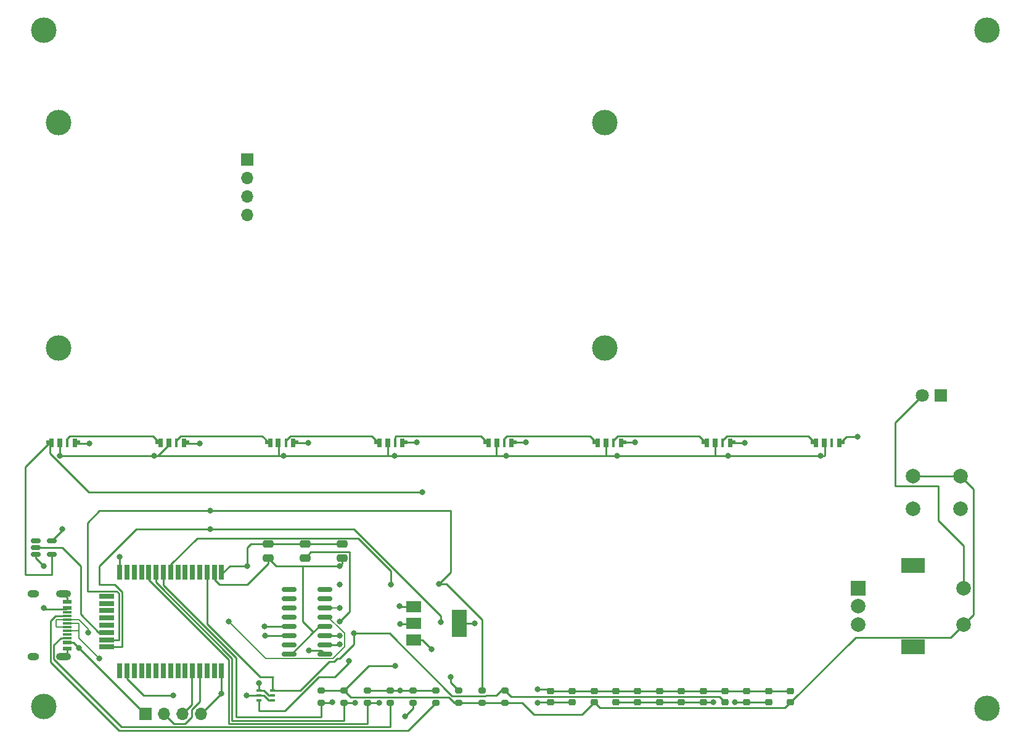
<source format=gtl>
G04 #@! TF.GenerationSoftware,KiCad,Pcbnew,6.0.11*
G04 #@! TF.CreationDate,2023-04-26T05:07:27-07:00*
G04 #@! TF.ProjectId,ldrd,6c647264-2e6b-4696-9361-645f70636258,rev?*
G04 #@! TF.SameCoordinates,Original*
G04 #@! TF.FileFunction,Copper,L1,Top*
G04 #@! TF.FilePolarity,Positive*
%FSLAX46Y46*%
G04 Gerber Fmt 4.6, Leading zero omitted, Abs format (unit mm)*
G04 Created by KiCad (PCBNEW 6.0.11) date 2023-04-26 05:07:27*
%MOMM*%
%LPD*%
G01*
G04 APERTURE LIST*
G04 Aperture macros list*
%AMRoundRect*
0 Rectangle with rounded corners*
0 $1 Rounding radius*
0 $2 $3 $4 $5 $6 $7 $8 $9 X,Y pos of 4 corners*
0 Add a 4 corners polygon primitive as box body*
4,1,4,$2,$3,$4,$5,$6,$7,$8,$9,$2,$3,0*
0 Add four circle primitives for the rounded corners*
1,1,$1+$1,$2,$3*
1,1,$1+$1,$4,$5*
1,1,$1+$1,$6,$7*
1,1,$1+$1,$8,$9*
0 Add four rect primitives between the rounded corners*
20,1,$1+$1,$2,$3,$4,$5,0*
20,1,$1+$1,$4,$5,$6,$7,0*
20,1,$1+$1,$6,$7,$8,$9,0*
20,1,$1+$1,$8,$9,$2,$3,0*%
%AMFreePoly0*
4,1,9,0.500000,-0.675000,-0.050000,-0.675000,-0.050000,-0.275000,-0.500000,-0.275000,-0.500000,0.275000,-0.050000,0.275000,-0.050000,0.525000,0.500000,0.525000,0.500000,-0.675000,0.500000,-0.675000,$1*%
%AMFreePoly1*
4,1,9,0.050000,0.275000,0.500000,0.275000,0.500000,-0.275000,0.050000,-0.275000,0.050000,-0.675000,-0.500000,-0.675000,-0.500000,0.525000,0.050000,0.525000,0.050000,0.275000,0.050000,0.275000,$1*%
G04 Aperture macros list end*
G04 #@! TA.AperFunction,ComponentPad*
%ADD10C,3.500000*%
G04 #@! TD*
G04 #@! TA.AperFunction,SMDPad,CuDef*
%ADD11RoundRect,0.250000X0.475000X-0.250000X0.475000X0.250000X-0.475000X0.250000X-0.475000X-0.250000X0*%
G04 #@! TD*
G04 #@! TA.AperFunction,SMDPad,CuDef*
%ADD12RoundRect,0.225000X0.250000X-0.225000X0.250000X0.225000X-0.250000X0.225000X-0.250000X-0.225000X0*%
G04 #@! TD*
G04 #@! TA.AperFunction,SMDPad,CuDef*
%ADD13FreePoly0,0.000000*%
G04 #@! TD*
G04 #@! TA.AperFunction,SMDPad,CuDef*
%ADD14R,0.700000X1.200000*%
G04 #@! TD*
G04 #@! TA.AperFunction,SMDPad,CuDef*
%ADD15R,0.450000X1.200000*%
G04 #@! TD*
G04 #@! TA.AperFunction,SMDPad,CuDef*
%ADD16FreePoly1,0.000000*%
G04 #@! TD*
G04 #@! TA.AperFunction,SMDPad,CuDef*
%ADD17RoundRect,0.200000X0.275000X-0.200000X0.275000X0.200000X-0.275000X0.200000X-0.275000X-0.200000X0*%
G04 #@! TD*
G04 #@! TA.AperFunction,SMDPad,CuDef*
%ADD18RoundRect,0.200000X-0.275000X0.200000X-0.275000X-0.200000X0.275000X-0.200000X0.275000X0.200000X0*%
G04 #@! TD*
G04 #@! TA.AperFunction,ComponentPad*
%ADD19R,2.000000X2.000000*%
G04 #@! TD*
G04 #@! TA.AperFunction,ComponentPad*
%ADD20C,2.000000*%
G04 #@! TD*
G04 #@! TA.AperFunction,ComponentPad*
%ADD21R,3.200000X2.000000*%
G04 #@! TD*
G04 #@! TA.AperFunction,SMDPad,CuDef*
%ADD22RoundRect,0.150000X-0.512500X-0.150000X0.512500X-0.150000X0.512500X0.150000X-0.512500X0.150000X0*%
G04 #@! TD*
G04 #@! TA.AperFunction,SMDPad,CuDef*
%ADD23RoundRect,0.150000X0.825000X0.150000X-0.825000X0.150000X-0.825000X-0.150000X0.825000X-0.150000X0*%
G04 #@! TD*
G04 #@! TA.AperFunction,ComponentPad*
%ADD24R,1.800000X1.800000*%
G04 #@! TD*
G04 #@! TA.AperFunction,ComponentPad*
%ADD25C,1.800000*%
G04 #@! TD*
G04 #@! TA.AperFunction,SMDPad,CuDef*
%ADD26R,0.700000X2.100000*%
G04 #@! TD*
G04 #@! TA.AperFunction,SMDPad,CuDef*
%ADD27R,2.100000X0.700000*%
G04 #@! TD*
G04 #@! TA.AperFunction,SMDPad,CuDef*
%ADD28R,2.000000X1.500000*%
G04 #@! TD*
G04 #@! TA.AperFunction,SMDPad,CuDef*
%ADD29R,2.000000X3.800000*%
G04 #@! TD*
G04 #@! TA.AperFunction,ComponentPad*
%ADD30R,1.700000X1.700000*%
G04 #@! TD*
G04 #@! TA.AperFunction,ComponentPad*
%ADD31O,1.700000X1.700000*%
G04 #@! TD*
G04 #@! TA.AperFunction,SMDPad,CuDef*
%ADD32R,1.150000X0.600000*%
G04 #@! TD*
G04 #@! TA.AperFunction,SMDPad,CuDef*
%ADD33R,1.150000X0.300000*%
G04 #@! TD*
G04 #@! TA.AperFunction,ComponentPad*
%ADD34O,1.600000X1.000000*%
G04 #@! TD*
G04 #@! TA.AperFunction,ComponentPad*
%ADD35O,2.100000X1.000000*%
G04 #@! TD*
G04 #@! TA.AperFunction,SMDPad,CuDef*
%ADD36R,0.650000X0.400000*%
G04 #@! TD*
G04 #@! TA.AperFunction,ViaPad*
%ADD37C,0.800000*%
G04 #@! TD*
G04 #@! TA.AperFunction,Conductor*
%ADD38C,0.250000*%
G04 #@! TD*
G04 #@! TA.AperFunction,Conductor*
%ADD39C,0.200000*%
G04 #@! TD*
G04 APERTURE END LIST*
D10*
X106200000Y-97040000D03*
D11*
X134930000Y-125870000D03*
X134930000Y-123970000D03*
D10*
X233680000Y-53340000D03*
D12*
X203682720Y-145695580D03*
X203682720Y-144145580D03*
D13*
X210000000Y-110000000D03*
D14*
X211350000Y-110075000D03*
D15*
X212375000Y-110075000D03*
D16*
X213600000Y-110000000D03*
D17*
X151699375Y-145745580D03*
X151699375Y-144095580D03*
D12*
X200685448Y-145695580D03*
X200685448Y-144145580D03*
D10*
X233680000Y-146530000D03*
D17*
X167465000Y-145745580D03*
X167465000Y-144095580D03*
X158005625Y-145745580D03*
X158005625Y-144095580D03*
D12*
X206680000Y-145695580D03*
X206680000Y-144145580D03*
X197688176Y-145695580D03*
X197688176Y-144145580D03*
D18*
X142240000Y-144095580D03*
X142240000Y-145745580D03*
D19*
X215980000Y-130000000D03*
D20*
X215980000Y-135000000D03*
X215980000Y-132500000D03*
D21*
X223480000Y-126900000D03*
X223480000Y-138100000D03*
D20*
X230480000Y-135000000D03*
X230480000Y-130000000D03*
D10*
X181200000Y-66040000D03*
D22*
X103002500Y-123510000D03*
X103002500Y-124460000D03*
X103002500Y-125410000D03*
X105277500Y-125410000D03*
X105277500Y-123510000D03*
D23*
X142765000Y-139065000D03*
X142765000Y-137795000D03*
X142765000Y-136525000D03*
X142765000Y-135255000D03*
X142765000Y-133985000D03*
X142765000Y-132715000D03*
X142765000Y-131445000D03*
X142765000Y-130175000D03*
X137815000Y-130175000D03*
X137815000Y-131445000D03*
X137815000Y-132715000D03*
X137815000Y-133985000D03*
X137815000Y-135255000D03*
X137815000Y-136525000D03*
X137815000Y-137795000D03*
X137815000Y-139065000D03*
D13*
X105000000Y-110000000D03*
D14*
X106350000Y-110075000D03*
D15*
X107375000Y-110075000D03*
D16*
X108600000Y-110000000D03*
D11*
X145090000Y-125870000D03*
X145090000Y-123970000D03*
D17*
X164311875Y-145745580D03*
X164311875Y-144095580D03*
D12*
X182701816Y-145695580D03*
X182701816Y-144145580D03*
D20*
X230020000Y-114590000D03*
X223520000Y-114590000D03*
X223520000Y-119090000D03*
X230020000Y-119090000D03*
D13*
X165000000Y-110000000D03*
D14*
X166350000Y-110075000D03*
D15*
X167375000Y-110075000D03*
D16*
X168600000Y-110000000D03*
D10*
X181200000Y-97040000D03*
D13*
X180000000Y-110000000D03*
D14*
X181350000Y-110075000D03*
D15*
X182375000Y-110075000D03*
D16*
X183600000Y-110000000D03*
D10*
X106200000Y-66040000D03*
D11*
X140010000Y-125870000D03*
X140010000Y-123970000D03*
D12*
X185699088Y-145695580D03*
X185699088Y-144145580D03*
D24*
X227335000Y-103535000D03*
D25*
X224795000Y-103535000D03*
D10*
X104140000Y-53340000D03*
D12*
X191693632Y-145695580D03*
X191693632Y-144145580D03*
D17*
X148546250Y-145745580D03*
X148546250Y-144095580D03*
X154852500Y-145745580D03*
X154852500Y-144095580D03*
X145393125Y-145745580D03*
X145393125Y-144095580D03*
D12*
X179704544Y-145695580D03*
X179704544Y-144145580D03*
X176707272Y-145695580D03*
X176707272Y-144145580D03*
D13*
X135000000Y-110000000D03*
D14*
X136350000Y-110075000D03*
D15*
X137375000Y-110075000D03*
D16*
X138600000Y-110000000D03*
D12*
X194690904Y-145695580D03*
X194690904Y-144145580D03*
D13*
X120000000Y-110000000D03*
D14*
X121350000Y-110075000D03*
D15*
X122375000Y-110075000D03*
D16*
X123600000Y-110000000D03*
D26*
X128557500Y-127820000D03*
X127557500Y-127820000D03*
X126557500Y-127820000D03*
X125557500Y-127820000D03*
X124557500Y-127820000D03*
X123557500Y-127820000D03*
X122557500Y-127820000D03*
X121557500Y-127820000D03*
X120557500Y-127820000D03*
X119557500Y-127820000D03*
X118557500Y-127820000D03*
X117557500Y-127820000D03*
X116557500Y-127820000D03*
X115557500Y-127820000D03*
X114557500Y-127820000D03*
D27*
X112757500Y-131120000D03*
X112757500Y-132120000D03*
X112757500Y-133120000D03*
X112757500Y-134120000D03*
X112757500Y-135120000D03*
X112757500Y-136120000D03*
X112757500Y-137120000D03*
X112757500Y-138120000D03*
D26*
X114557500Y-141420000D03*
X115557500Y-141420000D03*
X116557500Y-141420000D03*
X117557500Y-141420000D03*
X118557500Y-141420000D03*
X119557500Y-141420000D03*
X120557500Y-141420000D03*
X121557500Y-141420000D03*
X122557500Y-141420000D03*
X123557500Y-141420000D03*
X124557500Y-141420000D03*
X125557500Y-141420000D03*
X126557500Y-141420000D03*
X127557500Y-141420000D03*
X128557500Y-141420000D03*
D17*
X161158750Y-145745580D03*
X161158750Y-144095580D03*
D13*
X150000000Y-110000000D03*
D14*
X151350000Y-110075000D03*
D15*
X152375000Y-110075000D03*
D16*
X153600000Y-110000000D03*
D28*
X154940000Y-132560000D03*
X154940000Y-134860000D03*
D29*
X161240000Y-134860000D03*
D28*
X154940000Y-137160000D03*
D13*
X195000000Y-110000000D03*
D14*
X196350000Y-110075000D03*
D15*
X197375000Y-110075000D03*
D16*
X198600000Y-110000000D03*
D12*
X173710000Y-145695580D03*
X173710000Y-144145580D03*
X188696360Y-145695580D03*
X188696360Y-144145580D03*
D10*
X104160000Y-146290000D03*
D30*
X132080000Y-71120000D03*
D31*
X132080000Y-73660000D03*
X132080000Y-76200000D03*
X132080000Y-78740000D03*
D32*
X107360000Y-131920000D03*
X107360000Y-132720000D03*
D33*
X107360000Y-133870000D03*
X107360000Y-134870000D03*
X107360000Y-135370000D03*
X107360000Y-136370000D03*
D32*
X107360000Y-137520000D03*
X107360000Y-138320000D03*
D33*
X107360000Y-136870000D03*
X107360000Y-135870000D03*
X107360000Y-134370000D03*
X107360000Y-133370000D03*
D34*
X102735000Y-139440000D03*
X102735000Y-130800000D03*
D35*
X106885000Y-130800000D03*
X106885000Y-139440000D03*
D36*
X133670000Y-144130000D03*
X133670000Y-144780000D03*
X133670000Y-145430000D03*
X135570000Y-145430000D03*
X135570000Y-144780000D03*
X135570000Y-144130000D03*
D30*
X118120000Y-147320000D03*
D31*
X120660000Y-147320000D03*
X123200000Y-147320000D03*
X125740000Y-147320000D03*
D37*
X137083947Y-111836053D03*
X119312844Y-111827156D03*
X210784133Y-111795867D03*
X106680000Y-121920000D03*
X144780000Y-134620000D03*
X152979227Y-132492787D03*
X152336227Y-111823773D03*
X167595853Y-111804147D03*
X182844133Y-111795867D03*
X104140000Y-132718670D03*
X199087118Y-145722482D03*
X198084133Y-111795867D03*
X171973401Y-145759367D03*
X108993401Y-138292992D03*
X106356170Y-111827156D03*
X196100914Y-145722482D03*
X200400520Y-110032193D03*
X140429785Y-110028429D03*
X110387507Y-110110711D03*
X114557500Y-125702532D03*
X104140000Y-127000000D03*
X185363205Y-109963669D03*
X144780000Y-129540000D03*
X153047888Y-134909844D03*
X215900000Y-109220000D03*
X132080000Y-127000000D03*
X140522625Y-138577716D03*
X153084420Y-144095580D03*
X170318196Y-109963669D03*
X125529596Y-110110711D03*
X171917437Y-143940541D03*
X128557500Y-144502500D03*
X163285719Y-134829725D03*
X155358787Y-109974534D03*
X152401567Y-140743999D03*
X144780000Y-127000000D03*
X157367374Y-138432086D03*
X146697490Y-136231201D03*
X153717564Y-147644665D03*
X151771802Y-129540000D03*
X144759911Y-136528363D03*
X144739823Y-137773822D03*
X134497052Y-136523852D03*
X133677401Y-143060568D03*
X134478168Y-135255000D03*
X132017608Y-144761344D03*
X121920000Y-144780000D03*
X146074980Y-140002876D03*
X143774827Y-145744367D03*
X146855390Y-145784768D03*
X150228859Y-145825169D03*
X160020000Y-142240000D03*
X158629590Y-134737647D03*
X127000000Y-121920000D03*
X127000000Y-119380000D03*
X158383249Y-129482375D03*
X156143049Y-116840000D03*
X111725000Y-139665000D03*
X129540000Y-134620000D03*
X144746370Y-132714999D03*
X110267404Y-136159082D03*
D38*
X119312844Y-111827156D02*
X119807464Y-111827156D01*
X119807464Y-111827156D02*
X121350000Y-110284620D01*
X166350000Y-110000000D02*
X166308082Y-110041918D01*
X108220409Y-137520000D02*
X107360000Y-137520000D01*
X181350000Y-110525000D02*
X181331194Y-110543806D01*
X181350000Y-110000000D02*
X181350000Y-110525000D01*
X182701816Y-145695580D02*
X185699088Y-145695580D01*
X194690904Y-145695580D02*
X196074012Y-145695580D01*
X173710000Y-145695580D02*
X172037188Y-145695580D01*
X136350000Y-110000000D02*
X136374539Y-110024539D01*
X196074012Y-145695580D02*
X196100914Y-145722482D01*
X106350000Y-110000000D02*
X106350000Y-111820986D01*
X166288456Y-111823773D02*
X152336227Y-111823773D01*
X106356170Y-111827156D02*
X119312844Y-111827156D01*
X182844133Y-111795867D02*
X181331194Y-111795867D01*
X107360000Y-132720000D02*
X107196799Y-132883201D01*
X199087118Y-145722482D02*
X200658546Y-145722482D01*
X136374539Y-111802538D02*
X136349921Y-111827156D01*
X154940000Y-132560000D02*
X153046440Y-132560000D01*
X146140000Y-133260000D02*
X144780000Y-134620000D01*
X140010000Y-125870000D02*
X140835000Y-125045000D01*
X136349921Y-111827156D02*
X119807464Y-111827156D01*
X151350000Y-110000000D02*
X151350000Y-111823773D01*
X200658546Y-145722482D02*
X200685448Y-145695580D01*
X181331194Y-110543806D02*
X181331194Y-111795867D01*
X173710000Y-145695580D02*
X176707272Y-145695580D01*
X136374539Y-110024539D02*
X136374539Y-111802538D01*
X136408054Y-111836053D02*
X136374539Y-111802538D01*
X106680000Y-122107500D02*
X106680000Y-121920000D01*
X181331194Y-111795867D02*
X181322914Y-111804147D01*
X167595853Y-111804147D02*
X166308082Y-111804147D01*
X121350000Y-110284620D02*
X121350000Y-110000000D01*
X181322914Y-111804147D02*
X167595853Y-111804147D01*
X152336227Y-111823773D02*
X151350000Y-111823773D01*
X196350000Y-110000000D02*
X196350000Y-111710414D01*
X166308082Y-111804147D02*
X166288456Y-111823773D01*
X118120000Y-147320000D02*
X118020409Y-147320000D01*
X211369851Y-110019851D02*
X211369851Y-111771732D01*
X166308082Y-110041918D02*
X166308082Y-111804147D01*
X107196799Y-132883201D02*
X104304531Y-132883201D01*
X210784133Y-111795867D02*
X198084133Y-111795867D01*
X211350000Y-110000000D02*
X211369851Y-110019851D01*
X185699088Y-145695580D02*
X188696360Y-145695580D01*
X151337720Y-111836053D02*
X137083947Y-111836053D01*
X211369851Y-111771732D02*
X211345716Y-111795867D01*
X118020409Y-147320000D02*
X108993401Y-138292992D01*
X104304531Y-132883201D02*
X104140000Y-132718670D01*
X146098858Y-125045000D02*
X146140000Y-125086142D01*
X151350000Y-111823773D02*
X151337720Y-111836053D01*
X191693632Y-145695580D02*
X194690904Y-145695580D01*
X146140000Y-125086142D02*
X146140000Y-133260000D01*
X153046440Y-132560000D02*
X152979227Y-132492787D01*
X105277500Y-123510000D02*
X106680000Y-122107500D01*
X136350000Y-110000000D02*
X136350000Y-110030000D01*
X196264547Y-111795867D02*
X182844133Y-111795867D01*
X106350000Y-111820986D02*
X106356170Y-111827156D01*
X172037188Y-145695580D02*
X171973401Y-145759367D01*
X140835000Y-125045000D02*
X146098858Y-125045000D01*
X188696360Y-145695580D02*
X191693632Y-145695580D01*
X203682720Y-145695580D02*
X200685448Y-145695580D01*
X137083947Y-111836053D02*
X136408054Y-111836053D01*
X198084133Y-111795867D02*
X196264547Y-111795867D01*
X196350000Y-111710414D02*
X196264547Y-111795867D01*
X108993401Y-138292992D02*
X108220409Y-137520000D01*
X211345716Y-111795867D02*
X210784133Y-111795867D01*
X161240000Y-134860000D02*
X163255444Y-134860000D01*
X107360000Y-131920000D02*
X107360000Y-131275000D01*
X200400520Y-110032193D02*
X198632193Y-110032193D01*
X110387507Y-110110711D02*
X108710711Y-110110711D01*
X206680000Y-144145580D02*
X203682720Y-144145580D01*
X125740000Y-147320000D02*
X128557500Y-144502500D01*
X132570000Y-123970000D02*
X134930000Y-123970000D01*
X128557500Y-144502500D02*
X128557500Y-141120000D01*
X129677500Y-127000000D02*
X132080000Y-127000000D01*
X142765000Y-139065000D02*
X142277716Y-138577716D01*
X153625466Y-109974534D02*
X153600000Y-110000000D01*
X125529596Y-110110711D02*
X123710711Y-110110711D01*
X191693632Y-144145580D02*
X188696360Y-144145580D01*
X108710711Y-110110711D02*
X108600000Y-110000000D01*
X179704544Y-144145580D02*
X176707272Y-144145580D01*
X154852500Y-144095580D02*
X158005625Y-144095580D01*
X155358787Y-109974534D02*
X153625466Y-109974534D01*
X173504961Y-143940541D02*
X173710000Y-144145580D01*
X200685448Y-144145580D02*
X203682720Y-144145580D01*
X188696360Y-144145580D02*
X185699088Y-144145580D01*
X134930000Y-123970000D02*
X140010000Y-123970000D01*
X170318196Y-109963669D02*
X168636331Y-109963669D01*
X114557500Y-128120000D02*
X114557500Y-125702532D01*
X148546250Y-144095580D02*
X151699375Y-144095580D01*
X183636331Y-109963669D02*
X183600000Y-110000000D01*
X197688176Y-144145580D02*
X200685448Y-144145580D01*
X215900000Y-109220000D02*
X214380000Y-109220000D01*
X182701816Y-144145580D02*
X185699088Y-144145580D01*
X163255444Y-134860000D02*
X163285719Y-134829725D01*
X103002500Y-125862500D02*
X104140000Y-127000000D01*
X153047888Y-134909844D02*
X154890156Y-134909844D01*
X107360000Y-131275000D02*
X106885000Y-130800000D01*
X107360000Y-138320000D02*
X107360000Y-138965000D01*
X168636331Y-109963669D02*
X168600000Y-110000000D01*
X128557500Y-128120000D02*
X129677500Y-127000000D01*
X198632193Y-110032193D02*
X198600000Y-110000000D01*
X171917437Y-143940541D02*
X173504961Y-143940541D01*
X179704544Y-144145580D02*
X182701816Y-144145580D01*
X132080000Y-127000000D02*
X132080000Y-124460000D01*
X197688176Y-144145580D02*
X194690904Y-144145580D01*
X140429785Y-110028429D02*
X138628429Y-110028429D01*
X103002500Y-125410000D02*
X103002500Y-125862500D01*
X185363205Y-109963669D02*
X183636331Y-109963669D01*
X138628429Y-110028429D02*
X138600000Y-110000000D01*
X123710711Y-110110711D02*
X123600000Y-110000000D01*
X132080000Y-124460000D02*
X132570000Y-123970000D01*
X154852500Y-144095580D02*
X153084420Y-144095580D01*
X153084420Y-144095580D02*
X151699375Y-144095580D01*
X107360000Y-138965000D02*
X106885000Y-139440000D01*
X173710000Y-144145580D02*
X176707272Y-144145580D01*
X142277716Y-138577716D02*
X140522625Y-138577716D01*
X214380000Y-109220000D02*
X213600000Y-110000000D01*
X154890156Y-134909844D02*
X154940000Y-134860000D01*
X191693632Y-144145580D02*
X194690904Y-144145580D01*
X145090000Y-123970000D02*
X140010000Y-123970000D01*
X167465000Y-145745580D02*
X169837913Y-145745580D01*
X145393125Y-144095580D02*
X146318125Y-145020580D01*
X205905000Y-146470580D02*
X206680000Y-145695580D01*
X215600580Y-136775000D02*
X228705000Y-136775000D01*
X139700000Y-134620000D02*
X141168375Y-136088375D01*
X142240000Y-144095580D02*
X145393125Y-144095580D01*
X157367374Y-138432086D02*
X156095288Y-137160000D01*
X231805000Y-133675000D02*
X230480000Y-135000000D01*
X161158750Y-145745580D02*
X164311875Y-145745580D01*
X145090000Y-125870000D02*
X145090000Y-126690000D01*
X228705000Y-136775000D02*
X230480000Y-135000000D01*
X138191751Y-139065000D02*
X141168375Y-136088375D01*
X145393125Y-144095580D02*
X148744706Y-140743999D01*
X146318125Y-145020580D02*
X159764184Y-145020580D01*
X141168375Y-136088375D02*
X142001751Y-135255000D01*
X160489184Y-145745580D02*
X161158750Y-145745580D01*
X134930000Y-126690000D02*
X134930000Y-125870000D01*
X148744706Y-140743999D02*
X152401567Y-140743999D01*
X159764184Y-145020580D02*
X160489184Y-145745580D01*
X230020000Y-114590000D02*
X231805000Y-116375000D01*
X142001751Y-135255000D02*
X142765000Y-135255000D01*
X134930000Y-125870000D02*
X136060000Y-127000000D01*
X156095288Y-137160000D02*
X154940000Y-137160000D01*
X171448559Y-147356226D02*
X178043898Y-147356226D01*
X231805000Y-116375000D02*
X231805000Y-133675000D01*
X132080000Y-129540000D02*
X134930000Y-126690000D01*
X145090000Y-126690000D02*
X144780000Y-127000000D01*
X127557500Y-128870000D02*
X128227500Y-129540000D01*
X137815000Y-139065000D02*
X138191751Y-139065000D01*
X180479544Y-146470580D02*
X205905000Y-146470580D01*
X206680000Y-145695580D02*
X215600580Y-136775000D01*
X223520000Y-114590000D02*
X230020000Y-114590000D01*
X178043898Y-147356226D02*
X179704544Y-145695580D01*
X139700000Y-127000000D02*
X139700000Y-134620000D01*
X127557500Y-128120000D02*
X127557500Y-128870000D01*
X179704544Y-145695580D02*
X180479544Y-146470580D01*
X136060000Y-127000000D02*
X139700000Y-127000000D01*
X167465000Y-145745580D02*
X164311875Y-145745580D01*
X169837913Y-145745580D02*
X171448559Y-147356226D01*
X139700000Y-127000000D02*
X144780000Y-127000000D01*
X128227500Y-129540000D02*
X132080000Y-129540000D01*
X151611201Y-136231201D02*
X160200580Y-144820580D01*
X144780000Y-139700000D02*
X146697490Y-137782510D01*
X166955580Y-144095580D02*
X167465000Y-144095580D01*
X143373404Y-140090000D02*
X144014636Y-140090000D01*
X164844917Y-144780000D02*
X166271160Y-144780000D01*
X126557500Y-134960812D02*
X133823683Y-142226995D01*
X139333404Y-144130000D02*
X143373404Y-140090000D01*
X164804337Y-144820580D02*
X164844917Y-144780000D01*
X166271160Y-144780000D02*
X166955580Y-144095580D01*
X126557500Y-128120000D02*
X126557500Y-134960812D01*
X196913176Y-144920580D02*
X168290000Y-144920580D01*
X197688176Y-145695580D02*
X196913176Y-144920580D01*
X144014636Y-140090000D02*
X144404636Y-139700000D01*
X146697490Y-136231201D02*
X151611201Y-136231201D01*
X168290000Y-144920580D02*
X167465000Y-144095580D01*
X135592623Y-142226995D02*
X135570000Y-142249618D01*
X160200580Y-144820580D02*
X164804337Y-144820580D01*
X133823683Y-142226995D02*
X135592623Y-142226995D01*
X146697490Y-137782510D02*
X146697490Y-136231201D01*
X144404636Y-139700000D02*
X144780000Y-139700000D01*
X135570000Y-142249618D02*
X135570000Y-144130000D01*
X135570000Y-144130000D02*
X139333404Y-144130000D01*
X154852500Y-145745580D02*
X154852500Y-146509729D01*
X154852500Y-146509729D02*
X153717564Y-147644665D01*
X121557500Y-126770000D02*
X125182500Y-123145000D01*
X221055529Y-115944716D02*
X221055529Y-107274471D01*
X147288604Y-123145000D02*
X151771802Y-127628198D01*
X230480000Y-124176167D02*
X227022348Y-120718515D01*
X125182500Y-123145000D02*
X147288604Y-123145000D01*
X227022348Y-120718515D02*
X227022348Y-115944716D01*
X230480000Y-130000000D02*
X230480000Y-124176167D01*
X121557500Y-128120000D02*
X121557500Y-126770000D01*
X227022348Y-115944716D02*
X221055529Y-115944716D01*
X221055529Y-107274471D02*
X224795000Y-103535000D01*
X151771802Y-127628198D02*
X151771802Y-129540000D01*
X125571120Y-145585276D02*
X125571120Y-141133620D01*
X124460000Y-146696396D02*
X125571120Y-145585276D01*
X121999334Y-148659334D02*
X123522367Y-148659334D01*
X142765000Y-136525000D02*
X144756548Y-136525000D01*
X125571120Y-141133620D02*
X125557500Y-141120000D01*
X144756548Y-136525000D02*
X144759911Y-136528363D01*
X123522367Y-148659334D02*
X124460000Y-147721701D01*
X120660000Y-147320000D02*
X121999334Y-148659334D01*
X124460000Y-147721701D02*
X124460000Y-146696396D01*
X124460000Y-146060000D02*
X124460000Y-142240000D01*
X123200000Y-147320000D02*
X124460000Y-146060000D01*
X142765000Y-137795000D02*
X144718645Y-137795000D01*
X144718645Y-137795000D02*
X144739823Y-137773822D01*
X133677401Y-143060568D02*
X133677401Y-144122599D01*
X135045000Y-144780000D02*
X134395000Y-144130000D01*
X133677401Y-144122599D02*
X133670000Y-144130000D01*
X134395000Y-144130000D02*
X133670000Y-144130000D01*
X135570000Y-144780000D02*
X135045000Y-144780000D01*
X137815000Y-136525000D02*
X137813852Y-136523852D01*
X137813852Y-136523852D02*
X134497052Y-136523852D01*
X133670000Y-144780000D02*
X134395000Y-144780000D01*
X137815000Y-135255000D02*
X134478168Y-135255000D01*
X132036264Y-144780000D02*
X132017608Y-144761344D01*
X133670000Y-144780000D02*
X132036264Y-144780000D01*
X134395000Y-144780000D02*
X135045000Y-145430000D01*
X135045000Y-145430000D02*
X135570000Y-145430000D01*
X144096924Y-142240000D02*
X141859800Y-142240000D01*
X146074980Y-140261944D02*
X144096924Y-142240000D01*
X146074980Y-140002876D02*
X146074980Y-140261944D01*
X115557500Y-142470000D02*
X117867500Y-144780000D01*
X133716192Y-146845846D02*
X133670000Y-146799654D01*
X141859800Y-142240000D02*
X137253954Y-146845846D01*
X137253954Y-146845846D02*
X133716192Y-146845846D01*
X133670000Y-146799654D02*
X133670000Y-145430000D01*
X115557500Y-141120000D02*
X115557500Y-142470000D01*
X117867500Y-144780000D02*
X121920000Y-144780000D01*
X130540914Y-147759334D02*
X142240000Y-147759334D01*
X120557500Y-128120000D02*
X120557500Y-129597208D01*
X130540914Y-139580622D02*
X130540914Y-147759334D01*
X142240000Y-147759334D02*
X142240000Y-145745580D01*
X120557500Y-129597208D02*
X130540914Y-139580622D01*
X142240000Y-145745580D02*
X143773614Y-145745580D01*
X143773614Y-145745580D02*
X143774827Y-145744367D01*
X145393125Y-148209334D02*
X129990000Y-148209334D01*
X129990000Y-139666104D02*
X119557500Y-129233604D01*
X145393125Y-145745580D02*
X146816202Y-145745580D01*
X119557500Y-129233604D02*
X119557500Y-128120000D01*
X129990000Y-148209334D02*
X129990000Y-139666104D01*
X146816202Y-145745580D02*
X146855390Y-145784768D01*
X145393125Y-145745580D02*
X145393125Y-148209334D01*
X148546250Y-145745580D02*
X150149270Y-145745580D01*
X118557500Y-128870000D02*
X118557500Y-128120000D01*
X148520666Y-148659334D02*
X129540000Y-148659334D01*
X150149270Y-145745580D02*
X150228859Y-145825169D01*
X129540000Y-148659334D02*
X129540000Y-139852500D01*
X148546250Y-148633750D02*
X148520666Y-148659334D01*
X129540000Y-139852500D02*
X118557500Y-128870000D01*
X148546250Y-145745580D02*
X148546250Y-148633750D01*
X107360000Y-136870000D02*
X106485000Y-136870000D01*
X151699375Y-149109334D02*
X151699375Y-145745580D01*
X105510000Y-139781726D02*
X114837608Y-149109334D01*
X106485000Y-136870000D02*
X105510000Y-137845000D01*
X114837608Y-149109334D02*
X151699375Y-149109334D01*
X105510000Y-137845000D02*
X105510000Y-139781726D01*
X154191871Y-149559334D02*
X158005625Y-145745580D01*
X105060000Y-134531976D02*
X105060000Y-140185986D01*
X105060000Y-140185986D02*
X114433348Y-149559334D01*
X114433348Y-149559334D02*
X154191871Y-149559334D01*
X105721976Y-133870000D02*
X105060000Y-134531976D01*
X107360000Y-133870000D02*
X105721976Y-133870000D01*
X116840000Y-121920000D02*
X111760000Y-127000000D01*
X111760000Y-127000000D02*
X111760000Y-129540000D01*
X158629590Y-134737647D02*
X158629590Y-133849590D01*
X114892897Y-138078071D02*
X114850968Y-138120000D01*
X160020000Y-142956830D02*
X161158750Y-144095580D01*
X158629590Y-133849590D02*
X146700000Y-121920000D01*
X111760000Y-129540000D02*
X113863896Y-129540000D01*
X146700000Y-121920000D02*
X127000000Y-121920000D01*
X114892897Y-130569001D02*
X114892897Y-138078071D01*
X127000000Y-121920000D02*
X116840000Y-121920000D01*
X160020000Y-142240000D02*
X160020000Y-142956830D01*
X113863896Y-129540000D02*
X114892897Y-130569001D01*
X114850968Y-138120000D02*
X113057500Y-138120000D01*
X113058201Y-137120701D02*
X114442897Y-137120701D01*
X160020000Y-127845624D02*
X158383249Y-129482375D01*
X114442897Y-130755397D02*
X114115847Y-130428347D01*
X114442897Y-137120701D02*
X114442897Y-130755397D01*
X110108347Y-130428347D02*
X110108347Y-121031653D01*
X110108347Y-121031653D02*
X111760000Y-119380000D01*
X158383249Y-129482375D02*
X159412375Y-129482375D01*
X164311875Y-134381875D02*
X164311875Y-144095580D01*
X127000000Y-119380000D02*
X160020000Y-119380000D01*
X114115847Y-130428347D02*
X110108347Y-130428347D01*
X160020000Y-119380000D02*
X160020000Y-127845624D01*
X111760000Y-119380000D02*
X127000000Y-119380000D01*
X113057500Y-137120000D02*
X113058201Y-137120701D01*
X159412375Y-129482375D02*
X164311875Y-134381875D01*
X110343709Y-116840000D02*
X156143049Y-116840000D01*
X105277500Y-125410000D02*
X105277500Y-128137500D01*
X101600000Y-128137500D02*
X101600000Y-113400000D01*
X105000000Y-111496291D02*
X110343709Y-116840000D01*
X105277500Y-128137500D02*
X101600000Y-128137500D01*
X105000000Y-110000000D02*
X105000000Y-111496291D01*
X101600000Y-113400000D02*
X105000000Y-110000000D01*
X106680000Y-124460000D02*
X103002500Y-124460000D01*
X109220000Y-127000000D02*
X106680000Y-124460000D01*
X113057500Y-136120000D02*
X111707500Y-136120000D01*
X111707500Y-136120000D02*
X109220000Y-133632500D01*
X109220000Y-133632500D02*
X109220000Y-127000000D01*
D39*
X144998413Y-135828363D02*
X143155050Y-133985000D01*
X145459911Y-136238413D02*
X145049861Y-135828363D01*
X143155050Y-133985000D02*
X142765000Y-133985000D01*
X145459911Y-138043684D02*
X145459911Y-136238413D01*
X108931905Y-135869999D02*
X108931905Y-134878021D01*
X108931905Y-136871905D02*
X108931905Y-135869999D01*
X108923884Y-134870000D02*
X107360000Y-134870000D01*
X111725000Y-139665000D02*
X108931905Y-136871905D01*
X108931905Y-134878021D02*
X108923884Y-134870000D01*
X145049861Y-135828363D02*
X144998413Y-135828363D01*
X134585000Y-139665000D02*
X143838595Y-139665000D01*
X129540000Y-134620000D02*
X134585000Y-139665000D01*
X107360000Y-135870000D02*
X108931905Y-135869999D01*
X143838595Y-139665000D02*
X145459911Y-138043684D01*
X105823017Y-134370000D02*
X107360000Y-134370000D01*
X142765000Y-132715000D02*
X144746370Y-132714999D01*
X110267404Y-136159082D02*
X110267404Y-135647834D01*
X108989570Y-134370000D02*
X107360000Y-134370000D01*
X105818617Y-134374400D02*
X105823017Y-134370000D01*
X105818617Y-135290073D02*
X105818617Y-134374400D01*
X110267404Y-135647834D02*
X108989570Y-134370000D01*
X105898544Y-135370000D02*
X105818617Y-135290073D01*
X107360000Y-135370000D02*
X105898544Y-135370000D01*
D38*
X107375000Y-110000000D02*
X107375000Y-109500000D01*
X107725000Y-109150000D02*
X119150000Y-109150000D01*
X119150000Y-109150000D02*
X120000000Y-110000000D01*
X107375000Y-109500000D02*
X107725000Y-109150000D01*
X134150000Y-109150000D02*
X135000000Y-110000000D01*
X122965380Y-109150000D02*
X134150000Y-109150000D01*
X122375000Y-110000000D02*
X122375000Y-109740380D01*
X122375000Y-109740380D02*
X122965380Y-109150000D01*
X137375000Y-109740380D02*
X137965380Y-109150000D01*
X137375000Y-110000000D02*
X137375000Y-109740380D01*
X149150000Y-109150000D02*
X150000000Y-110000000D01*
X137965380Y-109150000D02*
X149150000Y-109150000D01*
X152375000Y-109245000D02*
X152470000Y-109150000D01*
X152375000Y-110000000D02*
X152375000Y-109245000D01*
X152470000Y-109150000D02*
X164150000Y-109150000D01*
X164150000Y-109150000D02*
X165000000Y-110000000D01*
X167710000Y-109150000D02*
X179150000Y-109150000D01*
X167375000Y-109485000D02*
X167710000Y-109150000D01*
X179150000Y-109150000D02*
X180000000Y-110000000D01*
X167375000Y-110000000D02*
X167375000Y-109485000D01*
X182950000Y-109150000D02*
X194150000Y-109150000D01*
X182375000Y-110000000D02*
X182375000Y-109725000D01*
X182375000Y-109725000D02*
X182950000Y-109150000D01*
X194150000Y-109150000D02*
X195000000Y-110000000D01*
X209150000Y-109150000D02*
X210000000Y-110000000D01*
X197965380Y-109150000D02*
X209150000Y-109150000D01*
X197375000Y-109740380D02*
X197965380Y-109150000D01*
X197375000Y-110000000D02*
X197375000Y-109740380D01*
M02*

</source>
